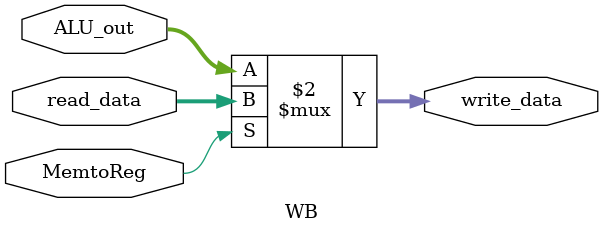
<source format=v>
`ifndef WB 
`define WB
module WB(
        input [63:0] read_data,
        input [63:0] ALU_out,
        input MemtoReg,
        output [63:0] write_data);
        assign write_data=(MemtoReg==0) ? ALU_out : read_data;
endmodule
`endif
</source>
